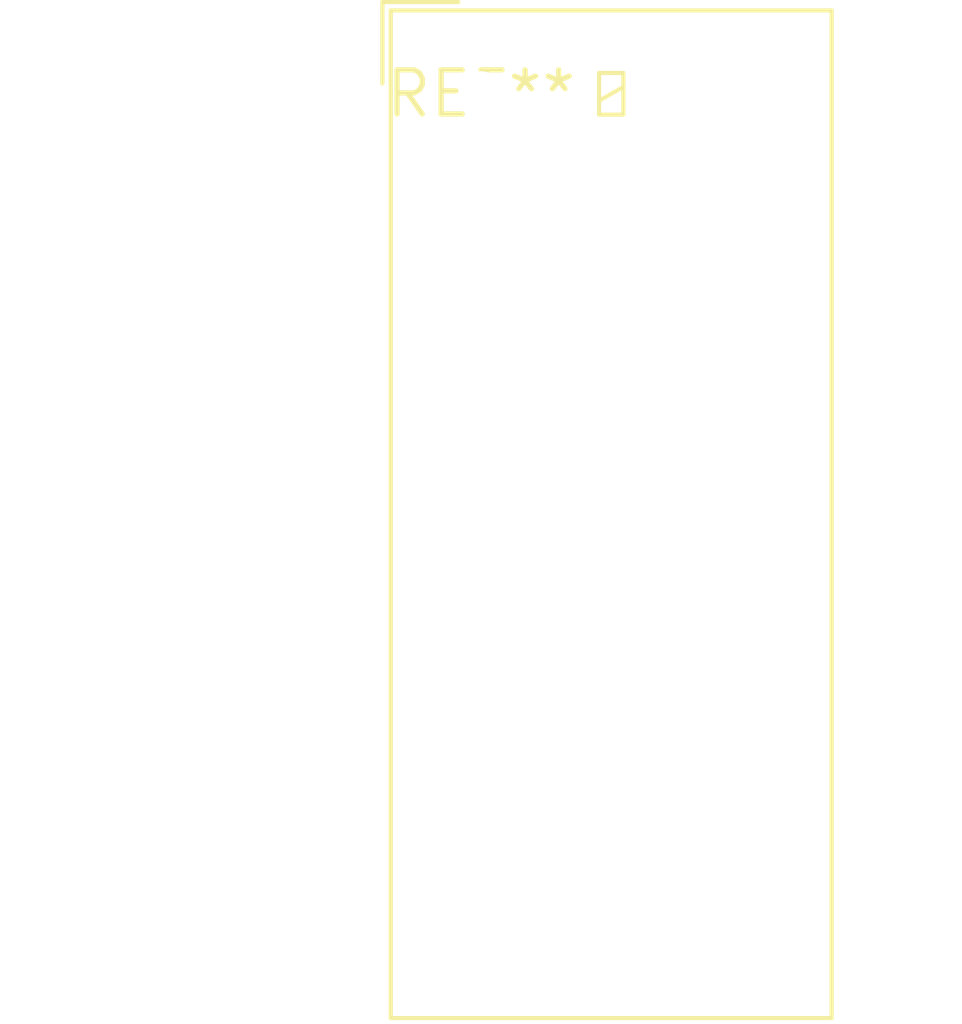
<source format=kicad_pcb>
(kicad_pcb (version 20240108) (generator pcbnew)
  (layers (0 "F.Cu" signal) (31 "B.Cu" signal) (34 "B.Paste" user) (35 "F.Paste" user) (36 "B.SilkS" user "B.Silkscreen") (37 "F.SilkS" user "F.Silkscreen") (38 "B.Mask" user) (39 "F.Mask" user) (44 "Edge.Cuts" user))
  (net 0 "")
  (footprint "Relay_DPST_Omron_G2RL-2A" (layer "F.Cu") (at 0 0)
    (property "Reference" "REF**")
    (property "Value" "Relay_DPST_Omron_G2RL-2A")
    (fp_line (start -2.84 -2.64) (end -0.65 -2.64) (layer "F.SilkS") (stroke (width 0.12)))
    (fp_line (start -2.84 -0.3) (end -2.84 -2.64) (layer "F.SilkS") (stroke (width 0.12)))
    (fp_line (start -2.6 -2.4) (end -2.6 26.6) (layer "F.SilkS") (stroke (width 0.12)))
    (fp_line (start -2.6 26.6) (end 10.1 26.6) (layer "F.SilkS") (stroke (width 0.12)))
    (fp_line (start 3.4 -0.6) (end 3.4 0.6) (layer "F.SilkS") (stroke (width 0.12)))
    (fp_line (start 3.4 0.2) (end 4.1 -0.2) (layer "F.SilkS") (stroke (width 0.12)))
    (fp_line (start 3.4 0.6) (end 4.1 0.6) (layer "F.SilkS") (stroke (width 0.12)))
    (fp_line (start 4.1 -0.6) (end 3.4 -0.6) (layer "F.SilkS") (stroke (width 0.12)))
    (fp_line (start 4.1 0.6) (end 4.1 -0.6) (layer "F.SilkS") (stroke (width 0.12)))
    (fp_line (start 10.1 -2.4) (end -2.6 -2.4) (layer "F.SilkS") (stroke (width 0.12)))
    (fp_line (start 10.1 26.6) (end 10.1 -2.4) (layer "F.SilkS") (stroke (width 0.12)))
    (pad "13" thru_hole circle (at 0 20) (size 2 2) (drill 1.3) (layers *.Cu *.Mask) (remove_unused_layers))
    (pad "14" thru_hole circle (at 0 25) (size 2 2) (drill 1.3) (layers *.Cu *.Mask) (remove_unused_layers))
    (pad "23" thru_hole circle (at 7.5 20) (size 2 2) (drill 1.3) (layers *.Cu *.Mask) (remove_unused_layers))
    (pad "24" thru_hole circle (at 7.5 25) (size 2 2) (drill 1.3) (layers *.Cu *.Mask) (remove_unused_layers))
    (pad "A1" thru_hole rect (at 0 0) (size 2 2) (drill 1.3) (layers *.Cu *.Mask) (remove_unused_layers))
    (pad "A2" thru_hole circle (at 7.5 0) (size 2 2) (drill 1.3) (layers *.Cu *.Mask) (remove_unused_layers))
  )
)
</source>
